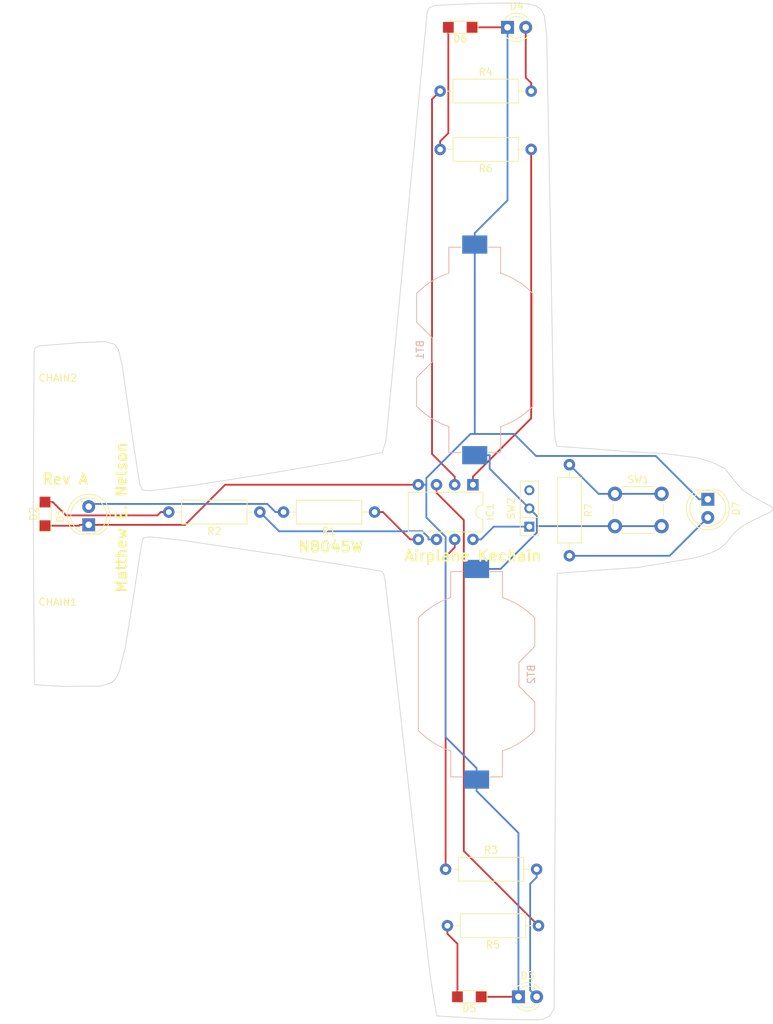
<source format=kicad_pcb>
(kicad_pcb (version 4) (host pcbnew 4.0.6)

  (general
    (links 29)
    (no_connects 0)
    (area 81.122499 24.749599 184.358301 166.588601)
    (thickness 1.6)
    (drawings 85)
    (tracks 93)
    (zones 0)
    (modules 21)
    (nets 18)
  )

  (page A4)
  (title_block
    (title "Aircraft Keychain PCB")
    (date 2017-04-15)
    (rev 1)
    (comment 1 "Matthew E. Nelson")
  )

  (layers
    (0 F.Cu signal)
    (31 B.Cu signal)
    (32 B.Adhes user)
    (33 F.Adhes user)
    (34 B.Paste user)
    (35 F.Paste user)
    (36 B.SilkS user)
    (37 F.SilkS user)
    (38 B.Mask user)
    (39 F.Mask user)
    (40 Dwgs.User user)
    (41 Cmts.User user)
    (42 Eco1.User user)
    (43 Eco2.User user)
    (44 Edge.Cuts user)
    (45 Margin user)
    (46 B.CrtYd user)
    (47 F.CrtYd user)
    (48 B.Fab user)
    (49 F.Fab user)
  )

  (setup
    (last_trace_width 0.25)
    (trace_clearance 0.2)
    (zone_clearance 0.508)
    (zone_45_only no)
    (trace_min 0.2)
    (segment_width 0.2)
    (edge_width 0.15)
    (via_size 0.6)
    (via_drill 0.4)
    (via_min_size 0.4)
    (via_min_drill 0.3)
    (uvia_size 0.3)
    (uvia_drill 0.1)
    (uvias_allowed no)
    (uvia_min_size 0.2)
    (uvia_min_drill 0.1)
    (pcb_text_width 0.3)
    (pcb_text_size 1.5 1.5)
    (mod_edge_width 0.15)
    (mod_text_size 1 1)
    (mod_text_width 0.15)
    (pad_size 1.524 1.524)
    (pad_drill 0.762)
    (pad_to_mask_clearance 0.2)
    (aux_axis_origin 0 0)
    (visible_elements 7FFFFFFF)
    (pcbplotparams
      (layerselection 0x00030_80000001)
      (usegerberextensions false)
      (excludeedgelayer true)
      (linewidth 0.100000)
      (plotframeref false)
      (viasonmask false)
      (mode 1)
      (useauxorigin false)
      (hpglpennumber 1)
      (hpglpenspeed 20)
      (hpglpendiameter 15)
      (hpglpenoverlay 2)
      (psnegative false)
      (psa4output false)
      (plotreference true)
      (plotvalue true)
      (plotinvisibletext false)
      (padsonsilk false)
      (subtractmaskfromsilk false)
      (outputformat 1)
      (mirror false)
      (drillshape 1)
      (scaleselection 1)
      (outputdirectory ""))
  )

  (net 0 "")
  (net 1 GND)
  (net 2 "Net-(D1-Pad2)")
  (net 3 "Net-(D2-Pad2)")
  (net 4 "Net-(D3-Pad2)")
  (net 5 "Net-(D4-Pad2)")
  (net 6 "Net-(D5-Pad2)")
  (net 7 "Net-(D6-Pad2)")
  (net 8 "Net-(D7-Pad2)")
  (net 9 "Net-(IC1-Pad8)")
  (net 10 "Net-(BT1-Pad1)")
  (net 11 "Net-(IC1-Pad1)")
  (net 12 "Net-(IC1-Pad5)")
  (net 13 "Net-(IC1-Pad2)")
  (net 14 "Net-(IC1-Pad6)")
  (net 15 "Net-(IC1-Pad3)")
  (net 16 "Net-(IC1-Pad7)")
  (net 17 "Net-(R7-Pad1)")

  (net_class Default "This is the default net class."
    (clearance 0.2)
    (trace_width 0.25)
    (via_dia 0.6)
    (via_drill 0.4)
    (uvia_dia 0.3)
    (uvia_drill 0.1)
    (add_net GND)
    (add_net "Net-(BT1-Pad1)")
    (add_net "Net-(D1-Pad2)")
    (add_net "Net-(D2-Pad2)")
    (add_net "Net-(D3-Pad2)")
    (add_net "Net-(D4-Pad2)")
    (add_net "Net-(D5-Pad2)")
    (add_net "Net-(D6-Pad2)")
    (add_net "Net-(D7-Pad2)")
    (add_net "Net-(IC1-Pad1)")
    (add_net "Net-(IC1-Pad2)")
    (add_net "Net-(IC1-Pad3)")
    (add_net "Net-(IC1-Pad5)")
    (add_net "Net-(IC1-Pad6)")
    (add_net "Net-(IC1-Pad7)")
    (add_net "Net-(IC1-Pad8)")
    (add_net "Net-(R7-Pad1)")
  )

  (module Mounting_Holes:MountingHole_2.7mm (layer F.Cu) (tedit 58F256E9) (tstamp 58F25C00)
    (at 84.582 80.772)
    (descr "Mounting Hole 2.7mm, no annular")
    (tags "mounting hole 2.7mm no annular")
    (fp_text reference CHAIN2 (at 0 -3.7) (layer F.SilkS)
      (effects (font (size 1 1) (thickness 0.15)))
    )
    (fp_text value MountingHole_2.7mm (at 0 3.7) (layer F.Fab)
      (effects (font (size 1 1) (thickness 0.15)))
    )
    (fp_circle (center 0 0) (end 2.7 0) (layer Cmts.User) (width 0.15))
    (fp_circle (center 0 0) (end 2.95 0) (layer F.CrtYd) (width 0.05))
    (pad 1 np_thru_hole circle (at 0 0) (size 2.7 2.7) (drill 2.7) (layers *.Cu *.Mask))
  )

  (module LEDs:LED_D5.0mm (layer F.Cu) (tedit 587A3A7B) (tstamp 58D811F0)
    (at 88.9 97.536 90)
    (descr "LED, diameter 5.0mm, 2 pins, http://cdn-reichelt.de/documents/datenblatt/A500/LL-504BC2E-009.pdf")
    (tags "LED diameter 5.0mm 2 pins")
    (path /58D8009C)
    (fp_text reference D1 (at 1.27 -3.96 90) (layer F.SilkS)
      (effects (font (size 1 1) (thickness 0.15)))
    )
    (fp_text value LED (at 1.27 3.96 90) (layer F.Fab)
      (effects (font (size 1 1) (thickness 0.15)))
    )
    (fp_arc (start 1.27 0) (end -1.23 -1.469694) (angle 299.1) (layer F.Fab) (width 0.1))
    (fp_arc (start 1.27 0) (end -1.29 -1.54483) (angle 148.9) (layer F.SilkS) (width 0.12))
    (fp_arc (start 1.27 0) (end -1.29 1.54483) (angle -148.9) (layer F.SilkS) (width 0.12))
    (fp_circle (center 1.27 0) (end 3.77 0) (layer F.Fab) (width 0.1))
    (fp_circle (center 1.27 0) (end 3.77 0) (layer F.SilkS) (width 0.12))
    (fp_line (start -1.23 -1.469694) (end -1.23 1.469694) (layer F.Fab) (width 0.1))
    (fp_line (start -1.29 -1.545) (end -1.29 1.545) (layer F.SilkS) (width 0.12))
    (fp_line (start -1.95 -3.25) (end -1.95 3.25) (layer F.CrtYd) (width 0.05))
    (fp_line (start -1.95 3.25) (end 4.5 3.25) (layer F.CrtYd) (width 0.05))
    (fp_line (start 4.5 3.25) (end 4.5 -3.25) (layer F.CrtYd) (width 0.05))
    (fp_line (start 4.5 -3.25) (end -1.95 -3.25) (layer F.CrtYd) (width 0.05))
    (pad 1 thru_hole rect (at 0 0 90) (size 1.8 1.8) (drill 0.9) (layers *.Cu *.Mask)
      (net 1 GND))
    (pad 2 thru_hole circle (at 2.54 0 90) (size 1.8 1.8) (drill 0.9) (layers *.Cu *.Mask)
      (net 2 "Net-(D1-Pad2)"))
    (model LEDs.3dshapes/LED_D5.0mm.wrl
      (at (xyz 0 0 0))
      (scale (xyz 0.393701 0.393701 0.393701))
      (rotate (xyz 0 0 0))
    )
  )

  (module LEDs:LED_1206 (layer F.Cu) (tedit 57FE943C) (tstamp 58D811F6)
    (at 82.804 96.012 90)
    (descr "LED 1206 smd package")
    (tags "LED led 1206 SMD smd SMT smt smdled SMDLED smtled SMTLED")
    (path /58D80133)
    (attr smd)
    (fp_text reference D2 (at 0 -1.6 90) (layer F.SilkS)
      (effects (font (size 1 1) (thickness 0.15)))
    )
    (fp_text value LED (at 0 1.7 90) (layer F.Fab)
      (effects (font (size 1 1) (thickness 0.15)))
    )
    (fp_line (start -2.5 -0.85) (end -2.5 0.85) (layer F.SilkS) (width 0.12))
    (fp_line (start -0.45 -0.4) (end -0.45 0.4) (layer F.Fab) (width 0.1))
    (fp_line (start -0.4 0) (end 0.2 -0.4) (layer F.Fab) (width 0.1))
    (fp_line (start 0.2 0.4) (end -0.4 0) (layer F.Fab) (width 0.1))
    (fp_line (start 0.2 -0.4) (end 0.2 0.4) (layer F.Fab) (width 0.1))
    (fp_line (start 1.6 0.8) (end -1.6 0.8) (layer F.Fab) (width 0.1))
    (fp_line (start 1.6 -0.8) (end 1.6 0.8) (layer F.Fab) (width 0.1))
    (fp_line (start -1.6 -0.8) (end 1.6 -0.8) (layer F.Fab) (width 0.1))
    (fp_line (start -1.6 0.8) (end -1.6 -0.8) (layer F.Fab) (width 0.1))
    (fp_line (start -2.45 0.85) (end 1.6 0.85) (layer F.SilkS) (width 0.12))
    (fp_line (start -2.45 -0.85) (end 1.6 -0.85) (layer F.SilkS) (width 0.12))
    (fp_line (start 2.65 -1) (end 2.65 1) (layer F.CrtYd) (width 0.05))
    (fp_line (start 2.65 1) (end -2.65 1) (layer F.CrtYd) (width 0.05))
    (fp_line (start -2.65 1) (end -2.65 -1) (layer F.CrtYd) (width 0.05))
    (fp_line (start -2.65 -1) (end 2.65 -1) (layer F.CrtYd) (width 0.05))
    (pad 2 smd rect (at 1.65 0 270) (size 1.5 1.5) (layers F.Cu F.Paste F.Mask)
      (net 3 "Net-(D2-Pad2)"))
    (pad 1 smd rect (at -1.65 0 270) (size 1.5 1.5) (layers F.Cu F.Paste F.Mask)
      (net 1 GND))
    (model LEDs.3dshapes/LED_1206.wrl
      (at (xyz 0 0 0))
      (scale (xyz 1 1 1))
      (rotate (xyz 0 0 180))
    )
  )

  (module LEDs:LED_D3.0mm (layer F.Cu) (tedit 587A3A7B) (tstamp 58D811FC)
    (at 148.844 163.322)
    (descr "LED, diameter 3.0mm, 2 pins")
    (tags "LED diameter 3.0mm 2 pins")
    (path /58D8018C)
    (fp_text reference D3 (at 1.27 -2.96) (layer F.SilkS)
      (effects (font (size 1 1) (thickness 0.15)))
    )
    (fp_text value LED (at 1.27 2.96) (layer F.Fab)
      (effects (font (size 1 1) (thickness 0.15)))
    )
    (fp_arc (start 1.27 0) (end -0.23 -1.16619) (angle 284.3) (layer F.Fab) (width 0.1))
    (fp_arc (start 1.27 0) (end -0.29 -1.235516) (angle 108.8) (layer F.SilkS) (width 0.12))
    (fp_arc (start 1.27 0) (end -0.29 1.235516) (angle -108.8) (layer F.SilkS) (width 0.12))
    (fp_arc (start 1.27 0) (end 0.229039 -1.08) (angle 87.9) (layer F.SilkS) (width 0.12))
    (fp_arc (start 1.27 0) (end 0.229039 1.08) (angle -87.9) (layer F.SilkS) (width 0.12))
    (fp_circle (center 1.27 0) (end 2.77 0) (layer F.Fab) (width 0.1))
    (fp_line (start -0.23 -1.16619) (end -0.23 1.16619) (layer F.Fab) (width 0.1))
    (fp_line (start -0.29 -1.236) (end -0.29 -1.08) (layer F.SilkS) (width 0.12))
    (fp_line (start -0.29 1.08) (end -0.29 1.236) (layer F.SilkS) (width 0.12))
    (fp_line (start -1.15 -2.25) (end -1.15 2.25) (layer F.CrtYd) (width 0.05))
    (fp_line (start -1.15 2.25) (end 3.7 2.25) (layer F.CrtYd) (width 0.05))
    (fp_line (start 3.7 2.25) (end 3.7 -2.25) (layer F.CrtYd) (width 0.05))
    (fp_line (start 3.7 -2.25) (end -1.15 -2.25) (layer F.CrtYd) (width 0.05))
    (pad 1 thru_hole rect (at 0 0) (size 1.8 1.8) (drill 0.9) (layers *.Cu *.Mask)
      (net 1 GND))
    (pad 2 thru_hole circle (at 2.54 0) (size 1.8 1.8) (drill 0.9) (layers *.Cu *.Mask)
      (net 4 "Net-(D3-Pad2)"))
    (model LEDs.3dshapes/LED_D3.0mm.wrl
      (at (xyz 0 0 0))
      (scale (xyz 0.393701 0.393701 0.393701))
      (rotate (xyz 0 0 0))
    )
  )

  (module LEDs:LED_D3.0mm (layer F.Cu) (tedit 587A3A7B) (tstamp 58D81202)
    (at 147.32 28.194)
    (descr "LED, diameter 3.0mm, 2 pins")
    (tags "LED diameter 3.0mm 2 pins")
    (path /58D8023B)
    (fp_text reference D4 (at 1.27 -2.96) (layer F.SilkS)
      (effects (font (size 1 1) (thickness 0.15)))
    )
    (fp_text value LED (at 1.27 2.96) (layer F.Fab)
      (effects (font (size 1 1) (thickness 0.15)))
    )
    (fp_arc (start 1.27 0) (end -0.23 -1.16619) (angle 284.3) (layer F.Fab) (width 0.1))
    (fp_arc (start 1.27 0) (end -0.29 -1.235516) (angle 108.8) (layer F.SilkS) (width 0.12))
    (fp_arc (start 1.27 0) (end -0.29 1.235516) (angle -108.8) (layer F.SilkS) (width 0.12))
    (fp_arc (start 1.27 0) (end 0.229039 -1.08) (angle 87.9) (layer F.SilkS) (width 0.12))
    (fp_arc (start 1.27 0) (end 0.229039 1.08) (angle -87.9) (layer F.SilkS) (width 0.12))
    (fp_circle (center 1.27 0) (end 2.77 0) (layer F.Fab) (width 0.1))
    (fp_line (start -0.23 -1.16619) (end -0.23 1.16619) (layer F.Fab) (width 0.1))
    (fp_line (start -0.29 -1.236) (end -0.29 -1.08) (layer F.SilkS) (width 0.12))
    (fp_line (start -0.29 1.08) (end -0.29 1.236) (layer F.SilkS) (width 0.12))
    (fp_line (start -1.15 -2.25) (end -1.15 2.25) (layer F.CrtYd) (width 0.05))
    (fp_line (start -1.15 2.25) (end 3.7 2.25) (layer F.CrtYd) (width 0.05))
    (fp_line (start 3.7 2.25) (end 3.7 -2.25) (layer F.CrtYd) (width 0.05))
    (fp_line (start 3.7 -2.25) (end -1.15 -2.25) (layer F.CrtYd) (width 0.05))
    (pad 1 thru_hole rect (at 0 0) (size 1.8 1.8) (drill 0.9) (layers *.Cu *.Mask)
      (net 1 GND))
    (pad 2 thru_hole circle (at 2.54 0) (size 1.8 1.8) (drill 0.9) (layers *.Cu *.Mask)
      (net 5 "Net-(D4-Pad2)"))
    (model LEDs.3dshapes/LED_D3.0mm.wrl
      (at (xyz 0 0 0))
      (scale (xyz 0.393701 0.393701 0.393701))
      (rotate (xyz 0 0 0))
    )
  )

  (module LEDs:LED_1206 (layer F.Cu) (tedit 57FE943C) (tstamp 58D81208)
    (at 141.986 163.322 180)
    (descr "LED 1206 smd package")
    (tags "LED led 1206 SMD smd SMT smt smdled SMDLED smtled SMTLED")
    (path /58D8036C)
    (attr smd)
    (fp_text reference D5 (at 0 -1.6 180) (layer F.SilkS)
      (effects (font (size 1 1) (thickness 0.15)))
    )
    (fp_text value LED (at 0 1.7 180) (layer F.Fab)
      (effects (font (size 1 1) (thickness 0.15)))
    )
    (fp_line (start -2.5 -0.85) (end -2.5 0.85) (layer F.SilkS) (width 0.12))
    (fp_line (start -0.45 -0.4) (end -0.45 0.4) (layer F.Fab) (width 0.1))
    (fp_line (start -0.4 0) (end 0.2 -0.4) (layer F.Fab) (width 0.1))
    (fp_line (start 0.2 0.4) (end -0.4 0) (layer F.Fab) (width 0.1))
    (fp_line (start 0.2 -0.4) (end 0.2 0.4) (layer F.Fab) (width 0.1))
    (fp_line (start 1.6 0.8) (end -1.6 0.8) (layer F.Fab) (width 0.1))
    (fp_line (start 1.6 -0.8) (end 1.6 0.8) (layer F.Fab) (width 0.1))
    (fp_line (start -1.6 -0.8) (end 1.6 -0.8) (layer F.Fab) (width 0.1))
    (fp_line (start -1.6 0.8) (end -1.6 -0.8) (layer F.Fab) (width 0.1))
    (fp_line (start -2.45 0.85) (end 1.6 0.85) (layer F.SilkS) (width 0.12))
    (fp_line (start -2.45 -0.85) (end 1.6 -0.85) (layer F.SilkS) (width 0.12))
    (fp_line (start 2.65 -1) (end 2.65 1) (layer F.CrtYd) (width 0.05))
    (fp_line (start 2.65 1) (end -2.65 1) (layer F.CrtYd) (width 0.05))
    (fp_line (start -2.65 1) (end -2.65 -1) (layer F.CrtYd) (width 0.05))
    (fp_line (start -2.65 -1) (end 2.65 -1) (layer F.CrtYd) (width 0.05))
    (pad 2 smd rect (at 1.65 0) (size 1.5 1.5) (layers F.Cu F.Paste F.Mask)
      (net 6 "Net-(D5-Pad2)"))
    (pad 1 smd rect (at -1.65 0) (size 1.5 1.5) (layers F.Cu F.Paste F.Mask)
      (net 1 GND))
    (model LEDs.3dshapes/LED_1206.wrl
      (at (xyz 0 0 0))
      (scale (xyz 1 1 1))
      (rotate (xyz 0 0 180))
    )
  )

  (module LEDs:LED_1206 (layer F.Cu) (tedit 57FE943C) (tstamp 58D8120E)
    (at 140.716 28.194 180)
    (descr "LED 1206 smd package")
    (tags "LED led 1206 SMD smd SMT smt smdled SMDLED smtled SMTLED")
    (path /58D80AA4)
    (attr smd)
    (fp_text reference D6 (at 0 -1.6 180) (layer F.SilkS)
      (effects (font (size 1 1) (thickness 0.15)))
    )
    (fp_text value LED (at 0 1.7 180) (layer F.Fab)
      (effects (font (size 1 1) (thickness 0.15)))
    )
    (fp_line (start -2.5 -0.85) (end -2.5 0.85) (layer F.SilkS) (width 0.12))
    (fp_line (start -0.45 -0.4) (end -0.45 0.4) (layer F.Fab) (width 0.1))
    (fp_line (start -0.4 0) (end 0.2 -0.4) (layer F.Fab) (width 0.1))
    (fp_line (start 0.2 0.4) (end -0.4 0) (layer F.Fab) (width 0.1))
    (fp_line (start 0.2 -0.4) (end 0.2 0.4) (layer F.Fab) (width 0.1))
    (fp_line (start 1.6 0.8) (end -1.6 0.8) (layer F.Fab) (width 0.1))
    (fp_line (start 1.6 -0.8) (end 1.6 0.8) (layer F.Fab) (width 0.1))
    (fp_line (start -1.6 -0.8) (end 1.6 -0.8) (layer F.Fab) (width 0.1))
    (fp_line (start -1.6 0.8) (end -1.6 -0.8) (layer F.Fab) (width 0.1))
    (fp_line (start -2.45 0.85) (end 1.6 0.85) (layer F.SilkS) (width 0.12))
    (fp_line (start -2.45 -0.85) (end 1.6 -0.85) (layer F.SilkS) (width 0.12))
    (fp_line (start 2.65 -1) (end 2.65 1) (layer F.CrtYd) (width 0.05))
    (fp_line (start 2.65 1) (end -2.65 1) (layer F.CrtYd) (width 0.05))
    (fp_line (start -2.65 1) (end -2.65 -1) (layer F.CrtYd) (width 0.05))
    (fp_line (start -2.65 -1) (end 2.65 -1) (layer F.CrtYd) (width 0.05))
    (pad 2 smd rect (at 1.65 0) (size 1.5 1.5) (layers F.Cu F.Paste F.Mask)
      (net 7 "Net-(D6-Pad2)"))
    (pad 1 smd rect (at -1.65 0) (size 1.5 1.5) (layers F.Cu F.Paste F.Mask)
      (net 1 GND))
    (model LEDs.3dshapes/LED_1206.wrl
      (at (xyz 0 0 0))
      (scale (xyz 1 1 1))
      (rotate (xyz 0 0 180))
    )
  )

  (module LEDs:LED_D5.0mm (layer F.Cu) (tedit 587A3A7B) (tstamp 58D81214)
    (at 175.26 93.98 270)
    (descr "LED, diameter 5.0mm, 2 pins, http://cdn-reichelt.de/documents/datenblatt/A500/LL-504BC2E-009.pdf")
    (tags "LED diameter 5.0mm 2 pins")
    (path /58D8158B)
    (fp_text reference D7 (at 1.27 -3.96 270) (layer F.SilkS)
      (effects (font (size 1 1) (thickness 0.15)))
    )
    (fp_text value LED (at 1.27 3.96 270) (layer F.Fab)
      (effects (font (size 1 1) (thickness 0.15)))
    )
    (fp_arc (start 1.27 0) (end -1.23 -1.469694) (angle 299.1) (layer F.Fab) (width 0.1))
    (fp_arc (start 1.27 0) (end -1.29 -1.54483) (angle 148.9) (layer F.SilkS) (width 0.12))
    (fp_arc (start 1.27 0) (end -1.29 1.54483) (angle -148.9) (layer F.SilkS) (width 0.12))
    (fp_circle (center 1.27 0) (end 3.77 0) (layer F.Fab) (width 0.1))
    (fp_circle (center 1.27 0) (end 3.77 0) (layer F.SilkS) (width 0.12))
    (fp_line (start -1.23 -1.469694) (end -1.23 1.469694) (layer F.Fab) (width 0.1))
    (fp_line (start -1.29 -1.545) (end -1.29 1.545) (layer F.SilkS) (width 0.12))
    (fp_line (start -1.95 -3.25) (end -1.95 3.25) (layer F.CrtYd) (width 0.05))
    (fp_line (start -1.95 3.25) (end 4.5 3.25) (layer F.CrtYd) (width 0.05))
    (fp_line (start 4.5 3.25) (end 4.5 -3.25) (layer F.CrtYd) (width 0.05))
    (fp_line (start 4.5 -3.25) (end -1.95 -3.25) (layer F.CrtYd) (width 0.05))
    (pad 1 thru_hole rect (at 0 0 270) (size 1.8 1.8) (drill 0.9) (layers *.Cu *.Mask)
      (net 1 GND))
    (pad 2 thru_hole circle (at 2.54 0 270) (size 1.8 1.8) (drill 0.9) (layers *.Cu *.Mask)
      (net 8 "Net-(D7-Pad2)"))
    (model LEDs.3dshapes/LED_D5.0mm.wrl
      (at (xyz 0 0 0))
      (scale (xyz 0.393701 0.393701 0.393701))
      (rotate (xyz 0 0 0))
    )
  )

  (module Battery_Holders:Keystone_1058_1x2032-CoinCell (layer B.Cu) (tedit 589EE147) (tstamp 58E72026)
    (at 142.748 73.152 90)
    (descr http://www.keyelco.com/product-pdf.cfm?p=14028)
    (tags "Keystone type 1058 coin cell retainer")
    (path /58E7150B)
    (attr smd)
    (fp_text reference BT1 (at 0 -7.62 90) (layer B.SilkS)
      (effects (font (size 1 1) (thickness 0.15)) (justify mirror))
    )
    (fp_text value Battery_Cell (at 0 9.398 90) (layer B.Fab)
      (effects (font (size 1 1) (thickness 0.15)) (justify mirror))
    )
    (fp_arc (start 0 0) (end 11.06 -4.11) (angle -139.2) (layer B.CrtYd) (width 0.05))
    (fp_arc (start 0 0) (end -11.06 4.11) (angle -139.2) (layer B.CrtYd) (width 0.05))
    (fp_line (start 11.06 -4.11) (end 16.45 -4.11) (layer B.CrtYd) (width 0.05))
    (fp_line (start 16.45 -4.11) (end 16.45 4.11) (layer B.CrtYd) (width 0.05))
    (fp_line (start 16.45 4.11) (end 11.06 4.11) (layer B.CrtYd) (width 0.05))
    (fp_line (start -16.45 4.11) (end -11.06 4.11) (layer B.CrtYd) (width 0.05))
    (fp_line (start -16.45 4.11) (end -16.45 -4.11) (layer B.CrtYd) (width 0.05))
    (fp_line (start -16.45 -4.11) (end -11.06 -4.11) (layer B.CrtYd) (width 0.05))
    (fp_arc (start 0 0) (end -10.692 -3.61) (angle 27.3) (layer B.SilkS) (width 0.12))
    (fp_arc (start 0 0) (end 10.692 3.61) (angle 27.3) (layer B.SilkS) (width 0.12))
    (fp_arc (start 0 0) (end 10.692 -3.61) (angle -27.3) (layer B.SilkS) (width 0.12))
    (fp_arc (start 0 0) (end -10.692 3.61) (angle -27.3) (layer B.SilkS) (width 0.12))
    (fp_line (start -14.31 -1.9) (end -14.31 -3.61) (layer B.SilkS) (width 0.12))
    (fp_line (start -10.692 -3.61) (end -14.31 -3.61) (layer B.SilkS) (width 0.12))
    (fp_line (start -3.86 -8.11) (end -7.8473 -8.11) (layer B.SilkS) (width 0.12))
    (fp_line (start -1.66 -5.91) (end -3.86 -8.11) (layer B.SilkS) (width 0.12))
    (fp_line (start 1.66 -5.91) (end -1.66 -5.91) (layer B.SilkS) (width 0.12))
    (fp_line (start 1.66 -5.91) (end 3.86 -8.11) (layer B.SilkS) (width 0.12))
    (fp_line (start 7.8473 -8.11) (end 3.86 -8.11) (layer B.SilkS) (width 0.12))
    (fp_line (start 14.31 -1.9) (end 14.31 -3.61) (layer B.SilkS) (width 0.12))
    (fp_line (start 14.31 -3.61) (end 10.692 -3.61) (layer B.SilkS) (width 0.12))
    (fp_line (start 10.692 3.61) (end 14.31 3.61) (layer B.SilkS) (width 0.12))
    (fp_line (start 14.31 1.9) (end 14.31 3.61) (layer B.SilkS) (width 0.12))
    (fp_line (start -7.8473 8.11) (end 7.8473 8.11) (layer B.SilkS) (width 0.12))
    (fp_line (start -14.31 1.9) (end -14.31 3.61) (layer B.SilkS) (width 0.12))
    (fp_line (start -14.31 3.61) (end -10.692 3.61) (layer B.SilkS) (width 0.12))
    (fp_arc (start 0 0) (end -10.61275 -3.5) (angle 27.4635) (layer B.Fab) (width 0.1))
    (fp_arc (start 0 0) (end 10.61275 3.5) (angle 27.4635) (layer B.Fab) (width 0.1))
    (fp_arc (start 0 0) (end 10.61275 -3.5) (angle -27.4635) (layer B.Fab) (width 0.1))
    (fp_line (start 14.2 -1.9) (end 14.2 -3.5) (layer B.Fab) (width 0.1))
    (fp_line (start 14.2 -3.5) (end 10.61275 -3.5) (layer B.Fab) (width 0.1))
    (fp_line (start 10.61275 3.5) (end 14.2 3.5) (layer B.Fab) (width 0.1))
    (fp_line (start 14.2 3.5) (end 14.2 1.9) (layer B.Fab) (width 0.1))
    (fp_line (start -14.2 -1.9) (end -14.2 -3.5) (layer B.Fab) (width 0.1))
    (fp_line (start -14.2 -3.5) (end -10.61275 -3.5) (layer B.Fab) (width 0.1))
    (fp_line (start 3.9 -8) (end 7.8026 -8) (layer B.Fab) (width 0.1))
    (fp_line (start 1.7 -5.8) (end 3.9 -8) (layer B.Fab) (width 0.1))
    (fp_line (start -1.7 -5.8) (end -3.9 -8) (layer B.Fab) (width 0.1))
    (fp_line (start -1.7 -5.8) (end 1.7 -5.8) (layer B.Fab) (width 0.1))
    (fp_line (start -14.2 3.5) (end -10.61275 3.5) (layer B.Fab) (width 0.1))
    (fp_line (start -14.2 3.5) (end -14.2 1.9) (layer B.Fab) (width 0.1))
    (fp_line (start -3.9 -8) (end -7.8026 -8) (layer B.Fab) (width 0.1))
    (fp_line (start -7.8026 8) (end 7.8026 8) (layer B.Fab) (width 0.1))
    (fp_arc (start 0 0) (end -10.61275 3.5) (angle -27.4635) (layer B.Fab) (width 0.1))
    (fp_circle (center 0 0) (end 10 0) (layer Dwgs.User) (width 0.15))
    (pad 1 smd rect (at -14.68 0 90) (size 2.54 3.51) (layers B.Cu B.Paste B.Mask)
      (net 10 "Net-(BT1-Pad1)"))
    (pad 2 smd rect (at 14.68 0 90) (size 2.54 3.51) (layers B.Cu B.Paste B.Mask)
      (net 1 GND))
  )

  (module Battery_Holders:Keystone_1058_1x2032-CoinCell (layer B.Cu) (tedit 589EE147) (tstamp 58E72030)
    (at 143.002 118.364 270)
    (descr http://www.keyelco.com/product-pdf.cfm?p=14028)
    (tags "Keystone type 1058 coin cell retainer")
    (path /58E71486)
    (attr smd)
    (fp_text reference BT2 (at 0 -7.62 270) (layer B.SilkS)
      (effects (font (size 1 1) (thickness 0.15)) (justify mirror))
    )
    (fp_text value Battery_Cell (at 0 9.398 270) (layer B.Fab)
      (effects (font (size 1 1) (thickness 0.15)) (justify mirror))
    )
    (fp_arc (start 0 0) (end 11.06 -4.11) (angle -139.2) (layer B.CrtYd) (width 0.05))
    (fp_arc (start 0 0) (end -11.06 4.11) (angle -139.2) (layer B.CrtYd) (width 0.05))
    (fp_line (start 11.06 -4.11) (end 16.45 -4.11) (layer B.CrtYd) (width 0.05))
    (fp_line (start 16.45 -4.11) (end 16.45 4.11) (layer B.CrtYd) (width 0.05))
    (fp_line (start 16.45 4.11) (end 11.06 4.11) (layer B.CrtYd) (width 0.05))
    (fp_line (start -16.45 4.11) (end -11.06 4.11) (layer B.CrtYd) (width 0.05))
    (fp_line (start -16.45 4.11) (end -16.45 -4.11) (layer B.CrtYd) (width 0.05))
    (fp_line (start -16.45 -4.11) (end -11.06 -4.11) (layer B.CrtYd) (width 0.05))
    (fp_arc (start 0 0) (end -10.692 -3.61) (angle 27.3) (layer B.SilkS) (width 0.12))
    (fp_arc (start 0 0) (end 10.692 3.61) (angle 27.3) (layer B.SilkS) (width 0.12))
    (fp_arc (start 0 0) (end 10.692 -3.61) (angle -27.3) (layer B.SilkS) (width 0.12))
    (fp_arc (start 0 0) (end -10.692 3.61) (angle -27.3) (layer B.SilkS) (width 0.12))
    (fp_line (start -14.31 -1.9) (end -14.31 -3.61) (layer B.SilkS) (width 0.12))
    (fp_line (start -10.692 -3.61) (end -14.31 -3.61) (layer B.SilkS) (width 0.12))
    (fp_line (start -3.86 -8.11) (end -7.8473 -8.11) (layer B.SilkS) (width 0.12))
    (fp_line (start -1.66 -5.91) (end -3.86 -8.11) (layer B.SilkS) (width 0.12))
    (fp_line (start 1.66 -5.91) (end -1.66 -5.91) (layer B.SilkS) (width 0.12))
    (fp_line (start 1.66 -5.91) (end 3.86 -8.11) (layer B.SilkS) (width 0.12))
    (fp_line (start 7.8473 -8.11) (end 3.86 -8.11) (layer B.SilkS) (width 0.12))
    (fp_line (start 14.31 -1.9) (end 14.31 -3.61) (layer B.SilkS) (width 0.12))
    (fp_line (start 14.31 -3.61) (end 10.692 -3.61) (layer B.SilkS) (width 0.12))
    (fp_line (start 10.692 3.61) (end 14.31 3.61) (layer B.SilkS) (width 0.12))
    (fp_line (start 14.31 1.9) (end 14.31 3.61) (layer B.SilkS) (width 0.12))
    (fp_line (start -7.8473 8.11) (end 7.8473 8.11) (layer B.SilkS) (width 0.12))
    (fp_line (start -14.31 1.9) (end -14.31 3.61) (layer B.SilkS) (width 0.12))
    (fp_line (start -14.31 3.61) (end -10.692 3.61) (layer B.SilkS) (width 0.12))
    (fp_arc (start 0 0) (end -10.61275 -3.5) (angle 27.4635) (layer B.Fab) (width 0.1))
    (fp_arc (start 0 0) (end 10.61275 3.5) (angle 27.4635) (layer B.Fab) (width 0.1))
    (fp_arc (start 0 0) (end 10.61275 -3.5) (angle -27.4635) (layer B.Fab) (width 0.1))
    (fp_line (start 14.2 -1.9) (end 14.2 -3.5) (layer B.Fab) (width 0.1))
    (fp_line (start 14.2 -3.5) (end 10.61275 -3.5) (layer B.Fab) (width 0.1))
    (fp_line (start 10.61275 3.5) (end 14.2 3.5) (layer B.Fab) (width 0.1))
    (fp_line (start 14.2 3.5) (end 14.2 1.9) (layer B.Fab) (width 0.1))
    (fp_line (start -14.2 -1.9) (end -14.2 -3.5) (layer B.Fab) (width 0.1))
    (fp_line (start -14.2 -3.5) (end -10.61275 -3.5) (layer B.Fab) (width 0.1))
    (fp_line (start 3.9 -8) (end 7.8026 -8) (layer B.Fab) (width 0.1))
    (fp_line (start 1.7 -5.8) (end 3.9 -8) (layer B.Fab) (width 0.1))
    (fp_line (start -1.7 -5.8) (end -3.9 -8) (layer B.Fab) (width 0.1))
    (fp_line (start -1.7 -5.8) (end 1.7 -5.8) (layer B.Fab) (width 0.1))
    (fp_line (start -14.2 3.5) (end -10.61275 3.5) (layer B.Fab) (width 0.1))
    (fp_line (start -14.2 3.5) (end -14.2 1.9) (layer B.Fab) (width 0.1))
    (fp_line (start -3.9 -8) (end -7.8026 -8) (layer B.Fab) (width 0.1))
    (fp_line (start -7.8026 8) (end 7.8026 8) (layer B.Fab) (width 0.1))
    (fp_arc (start 0 0) (end -10.61275 3.5) (angle -27.4635) (layer B.Fab) (width 0.1))
    (fp_circle (center 0 0) (end 10 0) (layer Dwgs.User) (width 0.15))
    (pad 1 smd rect (at -14.68 0 270) (size 2.54 3.51) (layers B.Cu B.Paste B.Mask)
      (net 10 "Net-(BT1-Pad1)"))
    (pad 2 smd rect (at 14.68 0 270) (size 2.54 3.51) (layers B.Cu B.Paste B.Mask)
      (net 1 GND))
  )

  (module Housings_DIP:DIP-8_W7.62mm (layer F.Cu) (tedit 58CC8E33) (tstamp 58F069D5)
    (at 142.494 91.948 270)
    (descr "8-lead dip package, row spacing 7.62 mm (300 mils)")
    (tags "DIL DIP PDIP 2.54mm 7.62mm 300mil")
    (path /58D827D7)
    (fp_text reference IC1 (at 3.81 -2.39 270) (layer F.SilkS)
      (effects (font (size 1 1) (thickness 0.15)))
    )
    (fp_text value ATTINY85-P (at 3.81 10.01 270) (layer F.Fab)
      (effects (font (size 1 1) (thickness 0.15)))
    )
    (fp_text user %R (at 3.81 3.81 270) (layer F.Fab)
      (effects (font (size 1 1) (thickness 0.15)))
    )
    (fp_line (start 1.635 -1.27) (end 6.985 -1.27) (layer F.Fab) (width 0.1))
    (fp_line (start 6.985 -1.27) (end 6.985 8.89) (layer F.Fab) (width 0.1))
    (fp_line (start 6.985 8.89) (end 0.635 8.89) (layer F.Fab) (width 0.1))
    (fp_line (start 0.635 8.89) (end 0.635 -0.27) (layer F.Fab) (width 0.1))
    (fp_line (start 0.635 -0.27) (end 1.635 -1.27) (layer F.Fab) (width 0.1))
    (fp_line (start 2.81 -1.39) (end 1.04 -1.39) (layer F.SilkS) (width 0.12))
    (fp_line (start 1.04 -1.39) (end 1.04 9.01) (layer F.SilkS) (width 0.12))
    (fp_line (start 1.04 9.01) (end 6.58 9.01) (layer F.SilkS) (width 0.12))
    (fp_line (start 6.58 9.01) (end 6.58 -1.39) (layer F.SilkS) (width 0.12))
    (fp_line (start 6.58 -1.39) (end 4.81 -1.39) (layer F.SilkS) (width 0.12))
    (fp_line (start -1.1 -1.6) (end -1.1 9.2) (layer F.CrtYd) (width 0.05))
    (fp_line (start -1.1 9.2) (end 8.7 9.2) (layer F.CrtYd) (width 0.05))
    (fp_line (start 8.7 9.2) (end 8.7 -1.6) (layer F.CrtYd) (width 0.05))
    (fp_line (start 8.7 -1.6) (end -1.1 -1.6) (layer F.CrtYd) (width 0.05))
    (fp_arc (start 3.81 -1.39) (end 2.81 -1.39) (angle -180) (layer F.SilkS) (width 0.12))
    (pad 1 thru_hole rect (at 0 0 270) (size 1.6 1.6) (drill 0.8) (layers *.Cu *.Mask)
      (net 11 "Net-(IC1-Pad1)"))
    (pad 5 thru_hole oval (at 7.62 7.62 270) (size 1.6 1.6) (drill 0.8) (layers *.Cu *.Mask)
      (net 12 "Net-(IC1-Pad5)"))
    (pad 2 thru_hole oval (at 0 2.54 270) (size 1.6 1.6) (drill 0.8) (layers *.Cu *.Mask)
      (net 13 "Net-(IC1-Pad2)"))
    (pad 6 thru_hole oval (at 7.62 5.08 270) (size 1.6 1.6) (drill 0.8) (layers *.Cu *.Mask)
      (net 14 "Net-(IC1-Pad6)"))
    (pad 3 thru_hole oval (at 0 5.08 270) (size 1.6 1.6) (drill 0.8) (layers *.Cu *.Mask)
      (net 15 "Net-(IC1-Pad3)"))
    (pad 7 thru_hole oval (at 7.62 2.54 270) (size 1.6 1.6) (drill 0.8) (layers *.Cu *.Mask)
      (net 16 "Net-(IC1-Pad7)"))
    (pad 4 thru_hole oval (at 0 7.62 270) (size 1.6 1.6) (drill 0.8) (layers *.Cu *.Mask)
      (net 1 GND))
    (pad 8 thru_hole oval (at 7.62 0 270) (size 1.6 1.6) (drill 0.8) (layers *.Cu *.Mask)
      (net 9 "Net-(IC1-Pad8)"))
    (model Housings_DIP.3dshapes/DIP-8_W7.62mm.wrl
      (at (xyz 0 0 0))
      (scale (xyz 1 1 1))
      (rotate (xyz 0 0 0))
    )
  )

  (module Resistors_THT:R_Axial_DIN0309_L9.0mm_D3.2mm_P12.70mm_Horizontal (layer F.Cu) (tedit 5874F706) (tstamp 58F069E0)
    (at 128.778 95.758 180)
    (descr "Resistor, Axial_DIN0309 series, Axial, Horizontal, pin pitch=12.7mm, 0.5W = 1/2W, length*diameter=9*3.2mm^2, http://cdn-reichelt.de/documents/datenblatt/B400/1_4W%23YAG.pdf")
    (tags "Resistor Axial_DIN0309 series Axial Horizontal pin pitch 12.7mm 0.5W = 1/2W length 9mm diameter 3.2mm")
    (path /58E07A9A)
    (fp_text reference R1 (at 6.35 -2.66 180) (layer F.SilkS)
      (effects (font (size 1 1) (thickness 0.15)))
    )
    (fp_text value 100 (at 6.35 2.66 180) (layer F.Fab)
      (effects (font (size 1 1) (thickness 0.15)))
    )
    (fp_line (start 1.85 -1.6) (end 1.85 1.6) (layer F.Fab) (width 0.1))
    (fp_line (start 1.85 1.6) (end 10.85 1.6) (layer F.Fab) (width 0.1))
    (fp_line (start 10.85 1.6) (end 10.85 -1.6) (layer F.Fab) (width 0.1))
    (fp_line (start 10.85 -1.6) (end 1.85 -1.6) (layer F.Fab) (width 0.1))
    (fp_line (start 0 0) (end 1.85 0) (layer F.Fab) (width 0.1))
    (fp_line (start 12.7 0) (end 10.85 0) (layer F.Fab) (width 0.1))
    (fp_line (start 1.79 -1.66) (end 1.79 1.66) (layer F.SilkS) (width 0.12))
    (fp_line (start 1.79 1.66) (end 10.91 1.66) (layer F.SilkS) (width 0.12))
    (fp_line (start 10.91 1.66) (end 10.91 -1.66) (layer F.SilkS) (width 0.12))
    (fp_line (start 10.91 -1.66) (end 1.79 -1.66) (layer F.SilkS) (width 0.12))
    (fp_line (start 0.98 0) (end 1.79 0) (layer F.SilkS) (width 0.12))
    (fp_line (start 11.72 0) (end 10.91 0) (layer F.SilkS) (width 0.12))
    (fp_line (start -1.05 -1.95) (end -1.05 1.95) (layer F.CrtYd) (width 0.05))
    (fp_line (start -1.05 1.95) (end 13.75 1.95) (layer F.CrtYd) (width 0.05))
    (fp_line (start 13.75 1.95) (end 13.75 -1.95) (layer F.CrtYd) (width 0.05))
    (fp_line (start 13.75 -1.95) (end -1.05 -1.95) (layer F.CrtYd) (width 0.05))
    (pad 1 thru_hole circle (at 0 0 180) (size 1.6 1.6) (drill 0.8) (layers *.Cu *.Mask)
      (net 12 "Net-(IC1-Pad5)"))
    (pad 2 thru_hole oval (at 12.7 0 180) (size 1.6 1.6) (drill 0.8) (layers *.Cu *.Mask)
      (net 2 "Net-(D1-Pad2)"))
    (model Resistors_THT.3dshapes/R_Axial_DIN0309_L9.0mm_D3.2mm_P12.70mm_Horizontal.wrl
      (at (xyz 0 0 0))
      (scale (xyz 0.393701 0.393701 0.393701))
      (rotate (xyz 0 0 0))
    )
  )

  (module Resistors_THT:R_Axial_DIN0309_L9.0mm_D3.2mm_P12.70mm_Horizontal (layer F.Cu) (tedit 5874F706) (tstamp 58F069E5)
    (at 112.776 95.758 180)
    (descr "Resistor, Axial_DIN0309 series, Axial, Horizontal, pin pitch=12.7mm, 0.5W = 1/2W, length*diameter=9*3.2mm^2, http://cdn-reichelt.de/documents/datenblatt/B400/1_4W%23YAG.pdf")
    (tags "Resistor Axial_DIN0309 series Axial Horizontal pin pitch 12.7mm 0.5W = 1/2W length 9mm diameter 3.2mm")
    (path /58E07B96)
    (fp_text reference R2 (at 6.35 -2.66 180) (layer F.SilkS)
      (effects (font (size 1 1) (thickness 0.15)))
    )
    (fp_text value 100 (at 6.35 2.66 180) (layer F.Fab)
      (effects (font (size 1 1) (thickness 0.15)))
    )
    (fp_line (start 1.85 -1.6) (end 1.85 1.6) (layer F.Fab) (width 0.1))
    (fp_line (start 1.85 1.6) (end 10.85 1.6) (layer F.Fab) (width 0.1))
    (fp_line (start 10.85 1.6) (end 10.85 -1.6) (layer F.Fab) (width 0.1))
    (fp_line (start 10.85 -1.6) (end 1.85 -1.6) (layer F.Fab) (width 0.1))
    (fp_line (start 0 0) (end 1.85 0) (layer F.Fab) (width 0.1))
    (fp_line (start 12.7 0) (end 10.85 0) (layer F.Fab) (width 0.1))
    (fp_line (start 1.79 -1.66) (end 1.79 1.66) (layer F.SilkS) (width 0.12))
    (fp_line (start 1.79 1.66) (end 10.91 1.66) (layer F.SilkS) (width 0.12))
    (fp_line (start 10.91 1.66) (end 10.91 -1.66) (layer F.SilkS) (width 0.12))
    (fp_line (start 10.91 -1.66) (end 1.79 -1.66) (layer F.SilkS) (width 0.12))
    (fp_line (start 0.98 0) (end 1.79 0) (layer F.SilkS) (width 0.12))
    (fp_line (start 11.72 0) (end 10.91 0) (layer F.SilkS) (width 0.12))
    (fp_line (start -1.05 -1.95) (end -1.05 1.95) (layer F.CrtYd) (width 0.05))
    (fp_line (start -1.05 1.95) (end 13.75 1.95) (layer F.CrtYd) (width 0.05))
    (fp_line (start 13.75 1.95) (end 13.75 -1.95) (layer F.CrtYd) (width 0.05))
    (fp_line (start 13.75 -1.95) (end -1.05 -1.95) (layer F.CrtYd) (width 0.05))
    (pad 1 thru_hole circle (at 0 0 180) (size 1.6 1.6) (drill 0.8) (layers *.Cu *.Mask)
      (net 14 "Net-(IC1-Pad6)"))
    (pad 2 thru_hole oval (at 12.7 0 180) (size 1.6 1.6) (drill 0.8) (layers *.Cu *.Mask)
      (net 3 "Net-(D2-Pad2)"))
    (model Resistors_THT.3dshapes/R_Axial_DIN0309_L9.0mm_D3.2mm_P12.70mm_Horizontal.wrl
      (at (xyz 0 0 0))
      (scale (xyz 0.393701 0.393701 0.393701))
      (rotate (xyz 0 0 0))
    )
  )

  (module Resistors_THT:R_Axial_DIN0309_L9.0mm_D3.2mm_P12.70mm_Horizontal (layer F.Cu) (tedit 5874F706) (tstamp 58F069EA)
    (at 138.684 145.542)
    (descr "Resistor, Axial_DIN0309 series, Axial, Horizontal, pin pitch=12.7mm, 0.5W = 1/2W, length*diameter=9*3.2mm^2, http://cdn-reichelt.de/documents/datenblatt/B400/1_4W%23YAG.pdf")
    (tags "Resistor Axial_DIN0309 series Axial Horizontal pin pitch 12.7mm 0.5W = 1/2W length 9mm diameter 3.2mm")
    (path /58E07BFF)
    (fp_text reference R3 (at 6.35 -2.66) (layer F.SilkS)
      (effects (font (size 1 1) (thickness 0.15)))
    )
    (fp_text value 100 (at 6.35 2.66) (layer F.Fab)
      (effects (font (size 1 1) (thickness 0.15)))
    )
    (fp_line (start 1.85 -1.6) (end 1.85 1.6) (layer F.Fab) (width 0.1))
    (fp_line (start 1.85 1.6) (end 10.85 1.6) (layer F.Fab) (width 0.1))
    (fp_line (start 10.85 1.6) (end 10.85 -1.6) (layer F.Fab) (width 0.1))
    (fp_line (start 10.85 -1.6) (end 1.85 -1.6) (layer F.Fab) (width 0.1))
    (fp_line (start 0 0) (end 1.85 0) (layer F.Fab) (width 0.1))
    (fp_line (start 12.7 0) (end 10.85 0) (layer F.Fab) (width 0.1))
    (fp_line (start 1.79 -1.66) (end 1.79 1.66) (layer F.SilkS) (width 0.12))
    (fp_line (start 1.79 1.66) (end 10.91 1.66) (layer F.SilkS) (width 0.12))
    (fp_line (start 10.91 1.66) (end 10.91 -1.66) (layer F.SilkS) (width 0.12))
    (fp_line (start 10.91 -1.66) (end 1.79 -1.66) (layer F.SilkS) (width 0.12))
    (fp_line (start 0.98 0) (end 1.79 0) (layer F.SilkS) (width 0.12))
    (fp_line (start 11.72 0) (end 10.91 0) (layer F.SilkS) (width 0.12))
    (fp_line (start -1.05 -1.95) (end -1.05 1.95) (layer F.CrtYd) (width 0.05))
    (fp_line (start -1.05 1.95) (end 13.75 1.95) (layer F.CrtYd) (width 0.05))
    (fp_line (start 13.75 1.95) (end 13.75 -1.95) (layer F.CrtYd) (width 0.05))
    (fp_line (start 13.75 -1.95) (end -1.05 -1.95) (layer F.CrtYd) (width 0.05))
    (pad 1 thru_hole circle (at 0 0) (size 1.6 1.6) (drill 0.8) (layers *.Cu *.Mask)
      (net 16 "Net-(IC1-Pad7)"))
    (pad 2 thru_hole oval (at 12.7 0) (size 1.6 1.6) (drill 0.8) (layers *.Cu *.Mask)
      (net 4 "Net-(D3-Pad2)"))
    (model Resistors_THT.3dshapes/R_Axial_DIN0309_L9.0mm_D3.2mm_P12.70mm_Horizontal.wrl
      (at (xyz 0 0 0))
      (scale (xyz 0.393701 0.393701 0.393701))
      (rotate (xyz 0 0 0))
    )
  )

  (module Resistors_THT:R_Axial_DIN0309_L9.0mm_D3.2mm_P12.70mm_Horizontal (layer F.Cu) (tedit 5874F706) (tstamp 58F069EF)
    (at 137.922 37.084)
    (descr "Resistor, Axial_DIN0309 series, Axial, Horizontal, pin pitch=12.7mm, 0.5W = 1/2W, length*diameter=9*3.2mm^2, http://cdn-reichelt.de/documents/datenblatt/B400/1_4W%23YAG.pdf")
    (tags "Resistor Axial_DIN0309 series Axial Horizontal pin pitch 12.7mm 0.5W = 1/2W length 9mm diameter 3.2mm")
    (path /58E07C60)
    (fp_text reference R4 (at 6.35 -2.66) (layer F.SilkS)
      (effects (font (size 1 1) (thickness 0.15)))
    )
    (fp_text value 100 (at 6.35 2.66) (layer F.Fab)
      (effects (font (size 1 1) (thickness 0.15)))
    )
    (fp_line (start 1.85 -1.6) (end 1.85 1.6) (layer F.Fab) (width 0.1))
    (fp_line (start 1.85 1.6) (end 10.85 1.6) (layer F.Fab) (width 0.1))
    (fp_line (start 10.85 1.6) (end 10.85 -1.6) (layer F.Fab) (width 0.1))
    (fp_line (start 10.85 -1.6) (end 1.85 -1.6) (layer F.Fab) (width 0.1))
    (fp_line (start 0 0) (end 1.85 0) (layer F.Fab) (width 0.1))
    (fp_line (start 12.7 0) (end 10.85 0) (layer F.Fab) (width 0.1))
    (fp_line (start 1.79 -1.66) (end 1.79 1.66) (layer F.SilkS) (width 0.12))
    (fp_line (start 1.79 1.66) (end 10.91 1.66) (layer F.SilkS) (width 0.12))
    (fp_line (start 10.91 1.66) (end 10.91 -1.66) (layer F.SilkS) (width 0.12))
    (fp_line (start 10.91 -1.66) (end 1.79 -1.66) (layer F.SilkS) (width 0.12))
    (fp_line (start 0.98 0) (end 1.79 0) (layer F.SilkS) (width 0.12))
    (fp_line (start 11.72 0) (end 10.91 0) (layer F.SilkS) (width 0.12))
    (fp_line (start -1.05 -1.95) (end -1.05 1.95) (layer F.CrtYd) (width 0.05))
    (fp_line (start -1.05 1.95) (end 13.75 1.95) (layer F.CrtYd) (width 0.05))
    (fp_line (start 13.75 1.95) (end 13.75 -1.95) (layer F.CrtYd) (width 0.05))
    (fp_line (start 13.75 -1.95) (end -1.05 -1.95) (layer F.CrtYd) (width 0.05))
    (pad 1 thru_hole circle (at 0 0) (size 1.6 1.6) (drill 0.8) (layers *.Cu *.Mask)
      (net 13 "Net-(IC1-Pad2)"))
    (pad 2 thru_hole oval (at 12.7 0) (size 1.6 1.6) (drill 0.8) (layers *.Cu *.Mask)
      (net 5 "Net-(D4-Pad2)"))
    (model Resistors_THT.3dshapes/R_Axial_DIN0309_L9.0mm_D3.2mm_P12.70mm_Horizontal.wrl
      (at (xyz 0 0 0))
      (scale (xyz 0.393701 0.393701 0.393701))
      (rotate (xyz 0 0 0))
    )
  )

  (module Resistors_THT:R_Axial_DIN0309_L9.0mm_D3.2mm_P12.70mm_Horizontal (layer F.Cu) (tedit 5874F706) (tstamp 58F069F4)
    (at 151.638 153.416 180)
    (descr "Resistor, Axial_DIN0309 series, Axial, Horizontal, pin pitch=12.7mm, 0.5W = 1/2W, length*diameter=9*3.2mm^2, http://cdn-reichelt.de/documents/datenblatt/B400/1_4W%23YAG.pdf")
    (tags "Resistor Axial_DIN0309 series Axial Horizontal pin pitch 12.7mm 0.5W = 1/2W length 9mm diameter 3.2mm")
    (path /58E07CA3)
    (fp_text reference R5 (at 6.35 -2.66 180) (layer F.SilkS)
      (effects (font (size 1 1) (thickness 0.15)))
    )
    (fp_text value 100 (at 6.35 2.66 180) (layer F.Fab)
      (effects (font (size 1 1) (thickness 0.15)))
    )
    (fp_line (start 1.85 -1.6) (end 1.85 1.6) (layer F.Fab) (width 0.1))
    (fp_line (start 1.85 1.6) (end 10.85 1.6) (layer F.Fab) (width 0.1))
    (fp_line (start 10.85 1.6) (end 10.85 -1.6) (layer F.Fab) (width 0.1))
    (fp_line (start 10.85 -1.6) (end 1.85 -1.6) (layer F.Fab) (width 0.1))
    (fp_line (start 0 0) (end 1.85 0) (layer F.Fab) (width 0.1))
    (fp_line (start 12.7 0) (end 10.85 0) (layer F.Fab) (width 0.1))
    (fp_line (start 1.79 -1.66) (end 1.79 1.66) (layer F.SilkS) (width 0.12))
    (fp_line (start 1.79 1.66) (end 10.91 1.66) (layer F.SilkS) (width 0.12))
    (fp_line (start 10.91 1.66) (end 10.91 -1.66) (layer F.SilkS) (width 0.12))
    (fp_line (start 10.91 -1.66) (end 1.79 -1.66) (layer F.SilkS) (width 0.12))
    (fp_line (start 0.98 0) (end 1.79 0) (layer F.SilkS) (width 0.12))
    (fp_line (start 11.72 0) (end 10.91 0) (layer F.SilkS) (width 0.12))
    (fp_line (start -1.05 -1.95) (end -1.05 1.95) (layer F.CrtYd) (width 0.05))
    (fp_line (start -1.05 1.95) (end 13.75 1.95) (layer F.CrtYd) (width 0.05))
    (fp_line (start 13.75 1.95) (end 13.75 -1.95) (layer F.CrtYd) (width 0.05))
    (fp_line (start 13.75 -1.95) (end -1.05 -1.95) (layer F.CrtYd) (width 0.05))
    (pad 1 thru_hole circle (at 0 0 180) (size 1.6 1.6) (drill 0.8) (layers *.Cu *.Mask)
      (net 15 "Net-(IC1-Pad3)"))
    (pad 2 thru_hole oval (at 12.7 0 180) (size 1.6 1.6) (drill 0.8) (layers *.Cu *.Mask)
      (net 6 "Net-(D5-Pad2)"))
    (model Resistors_THT.3dshapes/R_Axial_DIN0309_L9.0mm_D3.2mm_P12.70mm_Horizontal.wrl
      (at (xyz 0 0 0))
      (scale (xyz 0.393701 0.393701 0.393701))
      (rotate (xyz 0 0 0))
    )
  )

  (module Resistors_THT:R_Axial_DIN0309_L9.0mm_D3.2mm_P12.70mm_Horizontal (layer F.Cu) (tedit 5874F706) (tstamp 58F069F9)
    (at 150.622 45.212 180)
    (descr "Resistor, Axial_DIN0309 series, Axial, Horizontal, pin pitch=12.7mm, 0.5W = 1/2W, length*diameter=9*3.2mm^2, http://cdn-reichelt.de/documents/datenblatt/B400/1_4W%23YAG.pdf")
    (tags "Resistor Axial_DIN0309 series Axial Horizontal pin pitch 12.7mm 0.5W = 1/2W length 9mm diameter 3.2mm")
    (path /58E07CDC)
    (fp_text reference R6 (at 6.35 -2.66 180) (layer F.SilkS)
      (effects (font (size 1 1) (thickness 0.15)))
    )
    (fp_text value 100 (at 6.35 2.66 180) (layer F.Fab)
      (effects (font (size 1 1) (thickness 0.15)))
    )
    (fp_line (start 1.85 -1.6) (end 1.85 1.6) (layer F.Fab) (width 0.1))
    (fp_line (start 1.85 1.6) (end 10.85 1.6) (layer F.Fab) (width 0.1))
    (fp_line (start 10.85 1.6) (end 10.85 -1.6) (layer F.Fab) (width 0.1))
    (fp_line (start 10.85 -1.6) (end 1.85 -1.6) (layer F.Fab) (width 0.1))
    (fp_line (start 0 0) (end 1.85 0) (layer F.Fab) (width 0.1))
    (fp_line (start 12.7 0) (end 10.85 0) (layer F.Fab) (width 0.1))
    (fp_line (start 1.79 -1.66) (end 1.79 1.66) (layer F.SilkS) (width 0.12))
    (fp_line (start 1.79 1.66) (end 10.91 1.66) (layer F.SilkS) (width 0.12))
    (fp_line (start 10.91 1.66) (end 10.91 -1.66) (layer F.SilkS) (width 0.12))
    (fp_line (start 10.91 -1.66) (end 1.79 -1.66) (layer F.SilkS) (width 0.12))
    (fp_line (start 0.98 0) (end 1.79 0) (layer F.SilkS) (width 0.12))
    (fp_line (start 11.72 0) (end 10.91 0) (layer F.SilkS) (width 0.12))
    (fp_line (start -1.05 -1.95) (end -1.05 1.95) (layer F.CrtYd) (width 0.05))
    (fp_line (start -1.05 1.95) (end 13.75 1.95) (layer F.CrtYd) (width 0.05))
    (fp_line (start 13.75 1.95) (end 13.75 -1.95) (layer F.CrtYd) (width 0.05))
    (fp_line (start 13.75 -1.95) (end -1.05 -1.95) (layer F.CrtYd) (width 0.05))
    (pad 1 thru_hole circle (at 0 0 180) (size 1.6 1.6) (drill 0.8) (layers *.Cu *.Mask)
      (net 11 "Net-(IC1-Pad1)"))
    (pad 2 thru_hole oval (at 12.7 0 180) (size 1.6 1.6) (drill 0.8) (layers *.Cu *.Mask)
      (net 7 "Net-(D6-Pad2)"))
    (model Resistors_THT.3dshapes/R_Axial_DIN0309_L9.0mm_D3.2mm_P12.70mm_Horizontal.wrl
      (at (xyz 0 0 0))
      (scale (xyz 0.393701 0.393701 0.393701))
      (rotate (xyz 0 0 0))
    )
  )

  (module Resistors_THT:R_Axial_DIN0309_L9.0mm_D3.2mm_P12.70mm_Horizontal (layer F.Cu) (tedit 5874F706) (tstamp 58F069FE)
    (at 155.956 89.154 270)
    (descr "Resistor, Axial_DIN0309 series, Axial, Horizontal, pin pitch=12.7mm, 0.5W = 1/2W, length*diameter=9*3.2mm^2, http://cdn-reichelt.de/documents/datenblatt/B400/1_4W%23YAG.pdf")
    (tags "Resistor Axial_DIN0309 series Axial Horizontal pin pitch 12.7mm 0.5W = 1/2W length 9mm diameter 3.2mm")
    (path /58E07D29)
    (fp_text reference R7 (at 6.35 -2.66 270) (layer F.SilkS)
      (effects (font (size 1 1) (thickness 0.15)))
    )
    (fp_text value 50 (at 6.35 2.66 270) (layer F.Fab)
      (effects (font (size 1 1) (thickness 0.15)))
    )
    (fp_line (start 1.85 -1.6) (end 1.85 1.6) (layer F.Fab) (width 0.1))
    (fp_line (start 1.85 1.6) (end 10.85 1.6) (layer F.Fab) (width 0.1))
    (fp_line (start 10.85 1.6) (end 10.85 -1.6) (layer F.Fab) (width 0.1))
    (fp_line (start 10.85 -1.6) (end 1.85 -1.6) (layer F.Fab) (width 0.1))
    (fp_line (start 0 0) (end 1.85 0) (layer F.Fab) (width 0.1))
    (fp_line (start 12.7 0) (end 10.85 0) (layer F.Fab) (width 0.1))
    (fp_line (start 1.79 -1.66) (end 1.79 1.66) (layer F.SilkS) (width 0.12))
    (fp_line (start 1.79 1.66) (end 10.91 1.66) (layer F.SilkS) (width 0.12))
    (fp_line (start 10.91 1.66) (end 10.91 -1.66) (layer F.SilkS) (width 0.12))
    (fp_line (start 10.91 -1.66) (end 1.79 -1.66) (layer F.SilkS) (width 0.12))
    (fp_line (start 0.98 0) (end 1.79 0) (layer F.SilkS) (width 0.12))
    (fp_line (start 11.72 0) (end 10.91 0) (layer F.SilkS) (width 0.12))
    (fp_line (start -1.05 -1.95) (end -1.05 1.95) (layer F.CrtYd) (width 0.05))
    (fp_line (start -1.05 1.95) (end 13.75 1.95) (layer F.CrtYd) (width 0.05))
    (fp_line (start 13.75 1.95) (end 13.75 -1.95) (layer F.CrtYd) (width 0.05))
    (fp_line (start 13.75 -1.95) (end -1.05 -1.95) (layer F.CrtYd) (width 0.05))
    (pad 1 thru_hole circle (at 0 0 270) (size 1.6 1.6) (drill 0.8) (layers *.Cu *.Mask)
      (net 17 "Net-(R7-Pad1)"))
    (pad 2 thru_hole oval (at 12.7 0 270) (size 1.6 1.6) (drill 0.8) (layers *.Cu *.Mask)
      (net 8 "Net-(D7-Pad2)"))
    (model Resistors_THT.3dshapes/R_Axial_DIN0309_L9.0mm_D3.2mm_P12.70mm_Horizontal.wrl
      (at (xyz 0 0 0))
      (scale (xyz 0.393701 0.393701 0.393701))
      (rotate (xyz 0 0 0))
    )
  )

  (module Buttons_Switches_THT:SW_PUSH_6mm (layer F.Cu) (tedit 58134C96) (tstamp 58F06A03)
    (at 162.306 93.218)
    (descr https://www.omron.com/ecb/products/pdf/en-b3f.pdf)
    (tags "tact sw push 6mm")
    (path /58D81C3D)
    (fp_text reference SW1 (at 3.25 -2) (layer F.SilkS)
      (effects (font (size 1 1) (thickness 0.15)))
    )
    (fp_text value SW_PUSH (at 3.75 6.7) (layer F.Fab)
      (effects (font (size 1 1) (thickness 0.15)))
    )
    (fp_line (start 3.25 -0.75) (end 6.25 -0.75) (layer F.Fab) (width 0.1))
    (fp_line (start 6.25 -0.75) (end 6.25 5.25) (layer F.Fab) (width 0.1))
    (fp_line (start 6.25 5.25) (end 0.25 5.25) (layer F.Fab) (width 0.1))
    (fp_line (start 0.25 5.25) (end 0.25 -0.75) (layer F.Fab) (width 0.1))
    (fp_line (start 0.25 -0.75) (end 3.25 -0.75) (layer F.Fab) (width 0.1))
    (fp_line (start 7.75 6) (end 8 6) (layer F.CrtYd) (width 0.05))
    (fp_line (start 8 6) (end 8 5.75) (layer F.CrtYd) (width 0.05))
    (fp_line (start 7.75 -1.5) (end 8 -1.5) (layer F.CrtYd) (width 0.05))
    (fp_line (start 8 -1.5) (end 8 -1.25) (layer F.CrtYd) (width 0.05))
    (fp_line (start -1.5 -1.25) (end -1.5 -1.5) (layer F.CrtYd) (width 0.05))
    (fp_line (start -1.5 -1.5) (end -1.25 -1.5) (layer F.CrtYd) (width 0.05))
    (fp_line (start -1.5 5.75) (end -1.5 6) (layer F.CrtYd) (width 0.05))
    (fp_line (start -1.5 6) (end -1.25 6) (layer F.CrtYd) (width 0.05))
    (fp_line (start -1.25 -1.5) (end 7.75 -1.5) (layer F.CrtYd) (width 0.05))
    (fp_line (start -1.5 5.75) (end -1.5 -1.25) (layer F.CrtYd) (width 0.05))
    (fp_line (start 7.75 6) (end -1.25 6) (layer F.CrtYd) (width 0.05))
    (fp_line (start 8 -1.25) (end 8 5.75) (layer F.CrtYd) (width 0.05))
    (fp_line (start 1 5.5) (end 5.5 5.5) (layer F.SilkS) (width 0.12))
    (fp_line (start -0.25 1.5) (end -0.25 3) (layer F.SilkS) (width 0.12))
    (fp_line (start 5.5 -1) (end 1 -1) (layer F.SilkS) (width 0.12))
    (fp_line (start 6.75 3) (end 6.75 1.5) (layer F.SilkS) (width 0.12))
    (fp_circle (center 3.25 2.25) (end 1.25 2.5) (layer F.Fab) (width 0.1))
    (pad 2 thru_hole circle (at 0 4.5 90) (size 2 2) (drill 1.1) (layers *.Cu *.Mask)
      (net 10 "Net-(BT1-Pad1)"))
    (pad 1 thru_hole circle (at 0 0 90) (size 2 2) (drill 1.1) (layers *.Cu *.Mask)
      (net 17 "Net-(R7-Pad1)"))
    (pad 2 thru_hole circle (at 6.5 4.5 90) (size 2 2) (drill 1.1) (layers *.Cu *.Mask)
      (net 10 "Net-(BT1-Pad1)"))
    (pad 1 thru_hole circle (at 6.5 0 90) (size 2 2) (drill 1.1) (layers *.Cu *.Mask)
      (net 17 "Net-(R7-Pad1)"))
    (model Buttons_Switches_THT.3dshapes/SW_PUSH_6mm.wrl
      (at (xyz 0.005 0 0))
      (scale (xyz 0.3937 0.3937 0.3937))
      (rotate (xyz 0 0 0))
    )
  )

  (module Buttons_Switches_THT:SW_Micro_SPST (layer F.Cu) (tedit 54BFC180) (tstamp 58F06A0A)
    (at 150.368 95.25 90)
    (tags "Switch Micro SPST")
    (path /58D82980)
    (fp_text reference SW2 (at 0 -2.54 90) (layer F.SilkS)
      (effects (font (size 1 1) (thickness 0.15)))
    )
    (fp_text value SPST (at 0.025 2.45 90) (layer F.Fab)
      (effects (font (size 1 1) (thickness 0.15)))
    )
    (fp_line (start -3.81 1.27) (end -3.81 -1.27) (layer F.SilkS) (width 0.12))
    (fp_line (start -3.81 -1.27) (end 3.81 -1.27) (layer F.SilkS) (width 0.12))
    (fp_line (start 3.81 -1.27) (end 3.81 1.27) (layer F.SilkS) (width 0.12))
    (fp_line (start 3.81 1.27) (end -3.81 1.27) (layer F.SilkS) (width 0.12))
    (fp_line (start -1.27 -1.27) (end -1.27 1.27) (layer F.SilkS) (width 0.12))
    (pad 1 thru_hole rect (at -2.54 0 90) (size 1.397 1.397) (drill 0.8128) (layers *.Cu *.Mask)
      (net 9 "Net-(IC1-Pad8)"))
    (pad 2 thru_hole circle (at 0 0 90) (size 1.397 1.397) (drill 0.8128) (layers *.Cu *.Mask)
      (net 10 "Net-(BT1-Pad1)"))
    (pad 3 thru_hole circle (at 2.54 0 90) (size 1.397 1.397) (drill 0.8128) (layers *.Cu *.Mask))
    (model Buttons_Switches_THT.3dshapes/SW_Micro_SPST.wrl
      (at (xyz 0 0 0))
      (scale (xyz 0.33 0.33 0.33))
      (rotate (xyz 0 0 0))
    )
  )

  (module Mounting_Holes:MountingHole_2.7mm (layer F.Cu) (tedit 58F256D6) (tstamp 58F25AA2)
    (at 84.582 112.014)
    (descr "Mounting Hole 2.7mm, no annular")
    (tags "mounting hole 2.7mm no annular")
    (fp_text reference CHAIN1 (at 0 -3.7) (layer F.SilkS)
      (effects (font (size 1 1) (thickness 0.15)))
    )
    (fp_text value MountingHole_2.7mm (at 0 3.7) (layer F.Fab)
      (effects (font (size 1 1) (thickness 0.15)))
    )
    (fp_circle (center 0 0) (end 2.7 0) (layer Cmts.User) (width 0.15))
    (fp_circle (center 0 0) (end 2.95 0) (layer F.CrtYd) (width 0.05))
    (pad 1 np_thru_hole circle (at 0 0) (size 2.7 2.7) (drill 2.7) (layers *.Cu *.Mask))
  )

  (gr_line (start 81.1725 96.01993) (end 81.3219 119.8294) (layer Edge.Cuts) (width 0.1))
  (gr_line (start 81.2832 73.3594) (end 81.1725 96.01993) (layer Edge.Cuts) (width 0.1))
  (gr_line (start 81.4429 72.8702) (end 81.2832 73.3594) (layer Edge.Cuts) (width 0.1))
  (gr_line (start 82.1227 72.5865) (end 81.4429 72.8702) (layer Edge.Cuts) (width 0.1))
  (gr_line (start 87.5739 72.1479) (end 82.1227 72.5865) (layer Edge.Cuts) (width 0.1))
  (gr_line (start 91.1983 72.0036) (end 87.5739 72.1479) (layer Edge.Cuts) (width 0.1))
  (gr_line (start 92.5039 72.3719) (end 91.1983 72.0036) (layer Edge.Cuts) (width 0.1))
  (gr_line (start 93.0457 73.1092) (end 92.5039 72.3719) (layer Edge.Cuts) (width 0.1))
  (gr_line (start 93.5286 75.0825) (end 93.0457 73.1092) (layer Edge.Cuts) (width 0.1))
  (gr_line (start 95.2542 87.02345) (end 93.5286 75.0825) (layer Edge.Cuts) (width 0.1))
  (gr_line (start 96.0435 91.95543) (end 95.2542 87.02345) (layer Edge.Cuts) (width 0.1))
  (gr_line (start 96.3815 92.68086) (end 96.0435 91.95543) (layer Edge.Cuts) (width 0.1))
  (gr_line (start 97.4175 92.78623) (end 96.3815 92.68086) (layer Edge.Cuts) (width 0.1))
  (gr_line (start 103.5266 92.02936) (end 97.4175 92.78623) (layer Edge.Cuts) (width 0.1))
  (gr_line (start 114.3932 90.32376) (end 103.5266 92.02936) (layer Edge.Cuts) (width 0.1))
  (gr_line (start 124.87976 88.51499) (end 114.3932 90.32376) (layer Edge.Cuts) (width 0.1))
  (gr_line (start 129.84892 87.44863) (end 124.87976 88.51499) (layer Edge.Cuts) (width 0.1))
  (gr_line (start 130.36134 85.85097) (end 129.84892 87.44863) (layer Edge.Cuts) (width 0.1))
  (gr_line (start 136.11345 26.0738) (end 130.36134 85.85097) (layer Edge.Cuts) (width 0.1))
  (gr_line (start 136.37897 25.4718) (end 136.11345 26.0738) (layer Edge.Cuts) (width 0.1))
  (gr_line (start 137.29306 25.137) (end 136.37897 25.4718) (layer Edge.Cuts) (width 0.1))
  (gr_line (start 143.6809 24.8446) (end 137.29306 25.137) (layer Edge.Cuts) (width 0.1))
  (gr_line (start 148.7305 24.7996) (end 143.6809 24.8446) (layer Edge.Cuts) (width 0.1))
  (gr_line (start 150.2987 24.9342) (end 148.7305 24.7996) (layer Edge.Cuts) (width 0.1))
  (gr_line (start 151.3692 25.2403) (end 150.2987 24.9342) (layer Edge.Cuts) (width 0.1))
  (gr_line (start 152.0472 25.7681) (end 151.3692 25.2403) (layer Edge.Cuts) (width 0.1))
  (gr_line (start 152.4376 26.5676) (end 152.0472 25.7681) (layer Edge.Cuts) (width 0.1))
  (gr_line (start 152.776 29.1821) (end 152.4376 26.5676) (layer Edge.Cuts) (width 0.1))
  (gr_line (start 153.3189 56.9496) (end 152.776 29.1821) (layer Edge.Cuts) (width 0.1))
  (gr_line (start 153.7305 81.4322) (end 153.3189 56.9496) (layer Edge.Cuts) (width 0.1))
  (gr_line (start 153.9353 85.4738) (end 153.7305 81.4322) (layer Edge.Cuts) (width 0.1))
  (gr_line (start 154.2163 86.58545) (end 153.9353 85.4738) (layer Edge.Cuts) (width 0.1))
  (gr_line (start 160.2232 87.0279) (end 154.2163 86.58545) (layer Edge.Cuts) (width 0.1))
  (gr_line (start 164.563 87.37573) (end 160.2232 87.0279) (layer Edge.Cuts) (width 0.1))
  (gr_line (start 169.248 87.60475) (end 164.563 87.37573) (layer Edge.Cuts) (width 0.1))
  (gr_line (start 173.768 88.20645) (end 169.248 87.60475) (layer Edge.Cuts) (width 0.1))
  (gr_line (start 175.8067 88.8006) (end 173.768 88.20645) (layer Edge.Cuts) (width 0.1))
  (gr_line (start 177.6128 89.67224) (end 175.8067 88.8006) (layer Edge.Cuts) (width 0.1))
  (gr_line (start 179.4168 91.92868) (end 177.6128 89.67224) (layer Edge.Cuts) (width 0.1))
  (gr_line (start 180.1928 92.75991) (end 179.4168 91.92868) (layer Edge.Cuts) (width 0.1))
  (gr_line (start 181.2096 93.4224) (end 180.1928 92.75991) (layer Edge.Cuts) (width 0.1))
  (gr_line (start 184.2083 95.069826) (end 181.2096 93.4224) (layer Edge.Cuts) (width 0.1))
  (gr_line (start 184.3083 95.393099) (end 184.2083 95.069826) (layer Edge.Cuts) (width 0.1))
  (gr_line (start 183.9779 95.753405) (end 184.3083 95.393099) (layer Edge.Cuts) (width 0.1))
  (gr_line (start 181.551 96.91486) (end 183.9779 95.753405) (layer Edge.Cuts) (width 0.1))
  (gr_line (start 180.1925 97.64472) (end 181.551 96.91486) (layer Edge.Cuts) (width 0.1))
  (gr_line (start 179.2345 98.39417) (end 180.1925 97.64472) (layer Edge.Cuts) (width 0.1))
  (gr_line (start 178.4798 99.21483) (end 179.2345 98.39417) (layer Edge.Cuts) (width 0.1))
  (gr_line (start 177.7195 100.18755) (end 178.4798 99.21483) (layer Edge.Cuts) (width 0.1))
  (gr_line (start 176.7654 100.94351) (end 177.7195 100.18755) (layer Edge.Cuts) (width 0.1))
  (gr_line (start 175.3234 101.5838) (end 176.7654 100.94351) (layer Edge.Cuts) (width 0.1))
  (gr_line (start 173.0992 102.20949) (end 175.3234 101.5838) (layer Edge.Cuts) (width 0.1))
  (gr_line (start 165.5937 103.46636) (end 173.0992 102.20949) (layer Edge.Cuts) (width 0.1))
  (gr_line (start 156.0535 104.14736) (end 165.5937 103.46636) (layer Edge.Cuts) (width 0.1))
  (gr_line (start 154.2478 104.31661) (end 156.0535 104.14736) (layer Edge.Cuts) (width 0.1))
  (gr_line (start 153.9817 134.7387) (end 154.2478 104.31661) (layer Edge.Cuts) (width 0.1))
  (gr_line (start 153.8183 165.0535) (end 153.9817 134.7387) (layer Edge.Cuts) (width 0.1))
  (gr_line (start 153.1808 166.0003) (end 153.8183 165.0535) (layer Edge.Cuts) (width 0.1))
  (gr_line (start 152.2937 166.4341) (end 153.1808 166.0003) (layer Edge.Cuts) (width 0.1))
  (gr_line (start 151.4391 166.5386) (end 152.2937 166.4341) (layer Edge.Cuts) (width 0.1))
  (gr_line (start 144.2543 166.4096) (end 151.4391 166.5386) (layer Edge.Cuts) (width 0.1))
  (gr_line (start 137.44443 165.9844) (end 144.2543 166.4096) (layer Edge.Cuts) (width 0.1))
  (gr_line (start 136.53804 160.5057) (end 137.44443 165.9844) (layer Edge.Cuts) (width 0.1))
  (gr_line (start 134.1425 139.5573) (end 136.53804 160.5057) (layer Edge.Cuts) (width 0.1))
  (gr_line (start 131.0359 111.9604) (end 134.1425 139.5573) (layer Edge.Cuts) (width 0.1))
  (gr_line (start 130.23697 105.26058) (end 131.0359 111.9604) (layer Edge.Cuts) (width 0.1))
  (gr_line (start 130.04596 104.35871) (end 130.23697 105.26058) (layer Edge.Cuts) (width 0.1))
  (gr_line (start 129.74176 103.99581) (end 130.04596 104.35871) (layer Edge.Cuts) (width 0.1))
  (gr_line (start 114.3107 101.53565) (end 129.74176 103.99581) (layer Edge.Cuts) (width 0.1))
  (gr_line (start 101.5563 99.64745) (end 114.3107 101.53565) (layer Edge.Cuts) (width 0.1))
  (gr_line (start 97.4388 99.21483) (end 101.5563 99.64745) (layer Edge.Cuts) (width 0.1))
  (gr_line (start 96.5169 99.38416) (end 97.4388 99.21483) (layer Edge.Cuts) (width 0.1))
  (gr_line (start 96.2579 100.37856) (end 96.5169 99.38416) (layer Edge.Cuts) (width 0.1))
  (gr_line (start 95.0242 108.2834) (end 96.2579 100.37856) (layer Edge.Cuts) (width 0.1))
  (gr_line (start 94.0363 114.4782) (end 95.0242 108.2834) (layer Edge.Cuts) (width 0.1))
  (gr_line (start 93.1731 117.9554) (end 94.0363 114.4782) (layer Edge.Cuts) (width 0.1))
  (gr_line (start 92.692 118.9295) (end 93.1731 117.9554) (layer Edge.Cuts) (width 0.1))
  (gr_line (start 92.1266 119.5296) (end 92.692 118.9295) (layer Edge.Cuts) (width 0.1))
  (gr_line (start 90.589 120.0155) (end 92.1266 119.5296) (layer Edge.Cuts) (width 0.1))
  (gr_line (start 85.5002 120.0528) (end 90.589 120.0155) (layer Edge.Cuts) (width 0.1))
  (gr_line (start 81.3219 119.8294) (end 85.5002 120.0528) (layer Edge.Cuts) (width 0.1))
  (gr_text "Matthew E. Nelson" (at 93.472 96.52 90) (layer F.SilkS)
    (effects (font (size 1.5 1.5) (thickness 0.3)))
  )
  (gr_text "Rev A" (at 85.598 91.186) (layer F.SilkS)
    (effects (font (size 1.5 1.5) (thickness 0.3)))
  )
  (gr_text "Airplane Kechain" (at 142.494 101.854) (layer F.SilkS)
    (effects (font (size 1.5 1.5) (thickness 0.3)))
  )
  (gr_text N8045W (at 122.682 100.584) (layer F.SilkS)
    (effects (font (size 1.5 1.5) (thickness 0.3)))
  )

  (segment (start 147.32 28.194) (end 142.366 28.194) (width 0.25) (layer F.Cu) (net 1))
  (segment (start 148.844 163.322) (end 143.636 163.322) (width 0.25) (layer F.Cu) (net 1))
  (segment (start 87.5487 97.662) (end 87.6747 97.536) (width 0.25) (layer F.Cu) (net 1))
  (segment (start 82.804 97.662) (end 87.5487 97.662) (width 0.25) (layer F.Cu) (net 1))
  (segment (start 88.9 97.536) (end 87.6747 97.536) (width 0.25) (layer F.Cu) (net 1))
  (segment (start 148.844 140.4813) (end 148.844 163.322) (width 0.25) (layer B.Cu) (net 1))
  (segment (start 143.002 134.6393) (end 148.844 140.4813) (width 0.25) (layer B.Cu) (net 1))
  (segment (start 147.32 52.3047) (end 147.32 28.194) (width 0.25) (layer B.Cu) (net 1))
  (segment (start 142.748 56.8767) (end 147.32 52.3047) (width 0.25) (layer B.Cu) (net 1))
  (segment (start 142.748 58.472) (end 142.748 56.8767) (width 0.25) (layer B.Cu) (net 1))
  (segment (start 102.3514 97.536) (end 88.9 97.536) (width 0.25) (layer F.Cu) (net 1))
  (segment (start 107.9394 91.948) (end 102.3514 97.536) (width 0.25) (layer F.Cu) (net 1))
  (segment (start 134.874 91.948) (end 107.9394 91.948) (width 0.25) (layer F.Cu) (net 1))
  (segment (start 143.002 133.8416) (end 143.002 134.6393) (width 0.25) (layer B.Cu) (net 1))
  (segment (start 142.748 58.472) (end 142.748 60.0673) (width 0.25) (layer B.Cu) (net 1))
  (segment (start 175.26 93.98) (end 174.0347 93.98) (width 0.25) (layer B.Cu) (net 1))
  (segment (start 142.1482 84.8737) (end 142.748 84.8737) (width 0.25) (layer B.Cu) (net 1))
  (segment (start 135.9993 91.0226) (end 142.1482 84.8737) (width 0.25) (layer B.Cu) (net 1))
  (segment (start 135.9993 91.948) (end 135.9993 91.0226) (width 0.25) (layer B.Cu) (net 1))
  (segment (start 142.748 60.0673) (end 142.748 84.8737) (width 0.25) (layer B.Cu) (net 1))
  (segment (start 167.9949 87.9402) (end 174.0347 93.98) (width 0.25) (layer B.Cu) (net 1))
  (segment (start 151.2967 87.9402) (end 167.9949 87.9402) (width 0.25) (layer B.Cu) (net 1))
  (segment (start 148.2302 84.8737) (end 151.2967 87.9402) (width 0.25) (layer B.Cu) (net 1))
  (segment (start 142.748 84.8737) (end 148.2302 84.8737) (width 0.25) (layer B.Cu) (net 1))
  (segment (start 134.874 91.948) (end 135.9993 91.948) (width 0.25) (layer B.Cu) (net 1))
  (segment (start 143.002 133.8416) (end 143.002 133.044) (width 0.25) (layer B.Cu) (net 1))
  (segment (start 135.9993 96.5217) (end 135.9993 91.948) (width 0.25) (layer B.Cu) (net 1))
  (segment (start 138.684 99.2064) (end 135.9993 96.5217) (width 0.25) (layer B.Cu) (net 1))
  (segment (start 138.684 127.1307) (end 138.684 99.2064) (width 0.25) (layer B.Cu) (net 1))
  (segment (start 143.002 131.4487) (end 138.684 127.1307) (width 0.25) (layer B.Cu) (net 1))
  (segment (start 143.002 133.044) (end 143.002 131.4487) (width 0.25) (layer B.Cu) (net 1))
  (segment (start 89.2691 94.6269) (end 88.9 94.996) (width 0.25) (layer B.Cu) (net 2))
  (segment (start 113.8216 94.6269) (end 89.2691 94.6269) (width 0.25) (layer B.Cu) (net 2))
  (segment (start 114.9527 95.758) (end 113.8216 94.6269) (width 0.25) (layer B.Cu) (net 2))
  (segment (start 116.078 95.758) (end 114.9527 95.758) (width 0.25) (layer B.Cu) (net 2))
  (segment (start 85.7414 96.2241) (end 83.8793 94.362) (width 0.25) (layer F.Cu) (net 3))
  (segment (start 98.4846 96.2241) (end 85.7414 96.2241) (width 0.25) (layer F.Cu) (net 3))
  (segment (start 98.9507 95.758) (end 98.4846 96.2241) (width 0.25) (layer F.Cu) (net 3))
  (segment (start 100.076 95.758) (end 98.9507 95.758) (width 0.25) (layer F.Cu) (net 3))
  (segment (start 82.804 94.362) (end 83.8793 94.362) (width 0.25) (layer F.Cu) (net 3))
  (segment (start 150.4802 162.4182) (end 151.384 163.322) (width 0.25) (layer B.Cu) (net 4))
  (segment (start 150.4802 147.5711) (end 150.4802 162.4182) (width 0.25) (layer B.Cu) (net 4))
  (segment (start 151.384 146.6673) (end 150.4802 147.5711) (width 0.25) (layer B.Cu) (net 4))
  (segment (start 151.384 145.542) (end 151.384 146.6673) (width 0.25) (layer B.Cu) (net 4))
  (segment (start 149.86 35.1967) (end 149.86 28.194) (width 0.25) (layer F.Cu) (net 5))
  (segment (start 150.622 35.9587) (end 149.86 35.1967) (width 0.25) (layer F.Cu) (net 5))
  (segment (start 150.622 37.084) (end 150.622 35.9587) (width 0.25) (layer F.Cu) (net 5))
  (segment (start 140.336 155.9393) (end 140.336 163.322) (width 0.25) (layer F.Cu) (net 6))
  (segment (start 138.938 154.5413) (end 140.336 155.9393) (width 0.25) (layer F.Cu) (net 6))
  (segment (start 138.938 153.416) (end 138.938 154.5413) (width 0.25) (layer F.Cu) (net 6))
  (segment (start 139.066 42.9427) (end 139.066 28.194) (width 0.25) (layer F.Cu) (net 7))
  (segment (start 137.922 44.0867) (end 139.066 42.9427) (width 0.25) (layer F.Cu) (net 7))
  (segment (start 137.922 45.212) (end 137.922 44.0867) (width 0.25) (layer F.Cu) (net 7))
  (segment (start 169.926 101.854) (end 175.26 96.52) (width 0.25) (layer B.Cu) (net 8))
  (segment (start 155.956 101.854) (end 169.926 101.854) (width 0.25) (layer B.Cu) (net 8))
  (segment (start 145.3973 97.79) (end 143.6193 99.568) (width 0.25) (layer B.Cu) (net 9))
  (segment (start 150.368 97.79) (end 145.3973 97.79) (width 0.25) (layer B.Cu) (net 9))
  (segment (start 142.494 99.568) (end 143.6193 99.568) (width 0.25) (layer B.Cu) (net 9))
  (segment (start 168.806 97.718) (end 162.306 97.718) (width 0.25) (layer B.Cu) (net 10))
  (segment (start 142.748 87.832) (end 144.8283 87.832) (width 0.25) (layer B.Cu) (net 10))
  (segment (start 144.8283 89.7103) (end 150.368 95.25) (width 0.25) (layer B.Cu) (net 10))
  (segment (start 144.8283 87.832) (end 144.8283 89.7103) (width 0.25) (layer B.Cu) (net 10))
  (segment (start 151.4004 97.718) (end 162.306 97.718) (width 0.25) (layer B.Cu) (net 10))
  (segment (start 151.4004 96.2824) (end 151.4004 97.718) (width 0.25) (layer B.Cu) (net 10))
  (segment (start 150.368 95.25) (end 151.4004 96.2824) (width 0.25) (layer B.Cu) (net 10))
  (segment (start 146.3535 103.684) (end 143.002 103.684) (width 0.25) (layer B.Cu) (net 10))
  (segment (start 151.4004 98.6371) (end 146.3535 103.684) (width 0.25) (layer B.Cu) (net 10))
  (segment (start 151.4004 97.718) (end 151.4004 98.6371) (width 0.25) (layer B.Cu) (net 10))
  (segment (start 150.622 82.6947) (end 142.494 90.8227) (width 0.25) (layer F.Cu) (net 11))
  (segment (start 150.622 45.212) (end 150.622 82.6947) (width 0.25) (layer F.Cu) (net 11))
  (segment (start 142.494 91.948) (end 142.494 90.8227) (width 0.25) (layer F.Cu) (net 11))
  (segment (start 129.9387 95.758) (end 133.7487 99.568) (width 0.25) (layer F.Cu) (net 12))
  (segment (start 128.778 95.758) (end 129.9387 95.758) (width 0.25) (layer F.Cu) (net 12))
  (segment (start 134.874 99.568) (end 133.7487 99.568) (width 0.25) (layer F.Cu) (net 12))
  (segment (start 136.7899 87.6586) (end 139.954 90.8227) (width 0.25) (layer F.Cu) (net 13))
  (segment (start 136.7899 38.2161) (end 136.7899 87.6586) (width 0.25) (layer F.Cu) (net 13))
  (segment (start 137.922 37.084) (end 136.7899 38.2161) (width 0.25) (layer F.Cu) (net 13))
  (segment (start 139.954 91.948) (end 139.954 90.8227) (width 0.25) (layer F.Cu) (net 13))
  (segment (start 136.2887 99.2866) (end 136.2887 99.568) (width 0.25) (layer B.Cu) (net 14))
  (segment (start 135.4448 98.4427) (end 136.2887 99.2866) (width 0.25) (layer B.Cu) (net 14))
  (segment (start 115.4607 98.4427) (end 135.4448 98.4427) (width 0.25) (layer B.Cu) (net 14))
  (segment (start 112.776 95.758) (end 115.4607 98.4427) (width 0.25) (layer B.Cu) (net 14))
  (segment (start 137.414 99.568) (end 136.2887 99.568) (width 0.25) (layer B.Cu) (net 14))
  (segment (start 141.224 96.8833) (end 137.414 93.0733) (width 0.25) (layer F.Cu) (net 15))
  (segment (start 141.224 143.002) (end 141.224 96.8833) (width 0.25) (layer F.Cu) (net 15))
  (segment (start 151.638 153.416) (end 141.224 143.002) (width 0.25) (layer F.Cu) (net 15))
  (segment (start 137.414 91.948) (end 137.414 93.0733) (width 0.25) (layer F.Cu) (net 15))
  (segment (start 138.684 101.9633) (end 139.954 100.6933) (width 0.25) (layer F.Cu) (net 16))
  (segment (start 138.684 145.542) (end 138.684 101.9633) (width 0.25) (layer F.Cu) (net 16))
  (segment (start 139.954 99.568) (end 139.954 100.6933) (width 0.25) (layer F.Cu) (net 16))
  (segment (start 168.806 93.218) (end 162.306 93.218) (width 0.25) (layer B.Cu) (net 17))
  (segment (start 160.02 93.218) (end 155.956 89.154) (width 0.25) (layer B.Cu) (net 17))
  (segment (start 162.306 93.218) (end 160.02 93.218) (width 0.25) (layer B.Cu) (net 17))

)

</source>
